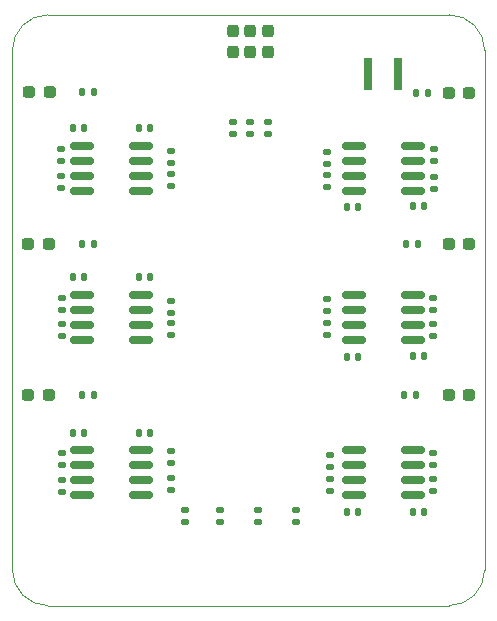
<source format=gbr>
%TF.GenerationSoftware,KiCad,Pcbnew,7.0.7*%
%TF.CreationDate,2024-09-16T17:18:31+01:00*%
%TF.ProjectId,Ponder,506f6e64-6572-42e6-9b69-6361645f7063,1.0RC*%
%TF.SameCoordinates,Original*%
%TF.FileFunction,Paste,Bot*%
%TF.FilePolarity,Positive*%
%FSLAX46Y46*%
G04 Gerber Fmt 4.6, Leading zero omitted, Abs format (unit mm)*
G04 Created by KiCad (PCBNEW 7.0.7) date 2024-09-16 17:18:31*
%MOMM*%
%LPD*%
G01*
G04 APERTURE LIST*
G04 Aperture macros list*
%AMRoundRect*
0 Rectangle with rounded corners*
0 $1 Rounding radius*
0 $2 $3 $4 $5 $6 $7 $8 $9 X,Y pos of 4 corners*
0 Add a 4 corners polygon primitive as box body*
4,1,4,$2,$3,$4,$5,$6,$7,$8,$9,$2,$3,0*
0 Add four circle primitives for the rounded corners*
1,1,$1+$1,$2,$3*
1,1,$1+$1,$4,$5*
1,1,$1+$1,$6,$7*
1,1,$1+$1,$8,$9*
0 Add four rect primitives between the rounded corners*
20,1,$1+$1,$2,$3,$4,$5,0*
20,1,$1+$1,$4,$5,$6,$7,0*
20,1,$1+$1,$6,$7,$8,$9,0*
20,1,$1+$1,$8,$9,$2,$3,0*%
G04 Aperture macros list end*
%ADD10RoundRect,0.135000X-0.185000X0.135000X-0.185000X-0.135000X0.185000X-0.135000X0.185000X0.135000X0*%
%ADD11RoundRect,0.237500X-0.287500X-0.237500X0.287500X-0.237500X0.287500X0.237500X-0.287500X0.237500X0*%
%ADD12RoundRect,0.140000X0.140000X0.170000X-0.140000X0.170000X-0.140000X-0.170000X0.140000X-0.170000X0*%
%ADD13RoundRect,0.135000X0.185000X-0.135000X0.185000X0.135000X-0.185000X0.135000X-0.185000X-0.135000X0*%
%ADD14RoundRect,0.150000X0.825000X0.150000X-0.825000X0.150000X-0.825000X-0.150000X0.825000X-0.150000X0*%
%ADD15RoundRect,0.135000X-0.135000X-0.185000X0.135000X-0.185000X0.135000X0.185000X-0.135000X0.185000X0*%
%ADD16RoundRect,0.237500X0.287500X0.237500X-0.287500X0.237500X-0.287500X-0.237500X0.287500X-0.237500X0*%
%ADD17RoundRect,0.140000X-0.140000X-0.170000X0.140000X-0.170000X0.140000X0.170000X-0.140000X0.170000X0*%
%ADD18RoundRect,0.150000X-0.825000X-0.150000X0.825000X-0.150000X0.825000X0.150000X-0.825000X0.150000X0*%
%ADD19RoundRect,0.135000X0.135000X0.185000X-0.135000X0.185000X-0.135000X-0.185000X0.135000X-0.185000X0*%
%ADD20RoundRect,0.237500X-0.237500X0.287500X-0.237500X-0.287500X0.237500X-0.287500X0.237500X0.287500X0*%
%ADD21R,0.780000X2.835000*%
%ADD22R,0.740000X2.835000*%
%TA.AperFunction,Profile*%
%ADD23C,0.100000*%
%TD*%
G04 APERTURE END LIST*
D10*
%TO.C,R14*%
X124800000Y-110090000D03*
X124800000Y-111110000D03*
%TD*%
D11*
%TO.C,D1*%
X122025000Y-79500000D03*
X123775000Y-79500000D03*
%TD*%
D12*
%TO.C,C29*%
X149880000Y-101995000D03*
X148920000Y-101995000D03*
%TD*%
D13*
%TO.C,R38*%
X147200000Y-85600000D03*
X147200000Y-84580000D03*
%TD*%
D14*
%TO.C,U4*%
X131475000Y-84095000D03*
X131475000Y-85365000D03*
X131475000Y-86635000D03*
X131475000Y-87905000D03*
X126525000Y-87905000D03*
X126525000Y-86635000D03*
X126525000Y-85365000D03*
X126525000Y-84095000D03*
%TD*%
D12*
%TO.C,C30*%
X149880000Y-89295000D03*
X148920000Y-89295000D03*
%TD*%
%TO.C,C22*%
X126680000Y-82600000D03*
X125720000Y-82600000D03*
%TD*%
D13*
%TO.C,R42*%
X142250000Y-83110000D03*
X142250000Y-82090000D03*
%TD*%
D15*
%TO.C,R34*%
X153890000Y-92400000D03*
X154910000Y-92400000D03*
%TD*%
D13*
%TO.C,R11*%
X124750000Y-87650000D03*
X124750000Y-86630000D03*
%TD*%
D10*
%TO.C,R33*%
X147500000Y-112290000D03*
X147500000Y-113310000D03*
%TD*%
%TO.C,R26*%
X134000000Y-99090000D03*
X134000000Y-100110000D03*
%TD*%
D12*
%TO.C,C27*%
X126680000Y-108400000D03*
X125720000Y-108400000D03*
%TD*%
D10*
%TO.C,R21*%
X156300000Y-84385000D03*
X156300000Y-85405000D03*
%TD*%
%TO.C,R47*%
X135250000Y-114890000D03*
X135250000Y-115910000D03*
%TD*%
%TO.C,R48*%
X138150000Y-114890000D03*
X138150000Y-115910000D03*
%TD*%
D16*
%TO.C,D4*%
X159275000Y-105200000D03*
X157525000Y-105200000D03*
%TD*%
D14*
%TO.C,U5*%
X131475000Y-96690000D03*
X131475000Y-97960000D03*
X131475000Y-99230000D03*
X131475000Y-100500000D03*
X126525000Y-100500000D03*
X126525000Y-99230000D03*
X126525000Y-97960000D03*
X126525000Y-96690000D03*
%TD*%
D10*
%TO.C,R37*%
X147200000Y-99090000D03*
X147200000Y-100110000D03*
%TD*%
D17*
%TO.C,C28*%
X154520000Y-115100000D03*
X155480000Y-115100000D03*
%TD*%
D10*
%TO.C,R23*%
X134000000Y-86490000D03*
X134000000Y-87510000D03*
%TD*%
%TO.C,R19*%
X156200000Y-96990000D03*
X156200000Y-98010000D03*
%TD*%
D13*
%TO.C,R27*%
X134000000Y-98210000D03*
X134000000Y-97190000D03*
%TD*%
%TO.C,R18*%
X156200000Y-100210000D03*
X156200000Y-99190000D03*
%TD*%
D10*
%TO.C,R10*%
X124750000Y-84390000D03*
X124750000Y-85410000D03*
%TD*%
D15*
%TO.C,R35*%
X154790000Y-79600000D03*
X155810000Y-79600000D03*
%TD*%
D13*
%TO.C,R30*%
X134000000Y-110910000D03*
X134000000Y-109890000D03*
%TD*%
%TO.C,R40*%
X139250000Y-83110000D03*
X139250000Y-82090000D03*
%TD*%
D18*
%TO.C,U9*%
X149525000Y-87905000D03*
X149525000Y-86635000D03*
X149525000Y-85365000D03*
X149525000Y-84095000D03*
X154475000Y-84095000D03*
X154475000Y-85365000D03*
X154475000Y-86635000D03*
X154475000Y-87905000D03*
%TD*%
D13*
%TO.C,R32*%
X147500000Y-111310000D03*
X147500000Y-110290000D03*
%TD*%
%TO.C,R15*%
X124800000Y-113415000D03*
X124800000Y-112395000D03*
%TD*%
D10*
%TO.C,R39*%
X147200000Y-86580000D03*
X147200000Y-87600000D03*
%TD*%
D11*
%TO.C,D3*%
X121925000Y-105200000D03*
X123675000Y-105200000D03*
%TD*%
D12*
%TO.C,C24*%
X126680000Y-95200000D03*
X125720000Y-95200000D03*
%TD*%
D17*
%TO.C,C31*%
X154520000Y-101900000D03*
X155480000Y-101900000D03*
%TD*%
D10*
%TO.C,R46*%
X141400000Y-114890000D03*
X141400000Y-115910000D03*
%TD*%
D19*
%TO.C,R25*%
X127510000Y-92400000D03*
X126490000Y-92400000D03*
%TD*%
D20*
%TO.C,D9*%
X142250000Y-74375000D03*
X142250000Y-76125000D03*
%TD*%
D18*
%TO.C,U7*%
X149525000Y-113610000D03*
X149525000Y-112340000D03*
X149525000Y-111070000D03*
X149525000Y-109800000D03*
X154475000Y-109800000D03*
X154475000Y-111070000D03*
X154475000Y-112340000D03*
X154475000Y-113610000D03*
%TD*%
D13*
%TO.C,R36*%
X147200000Y-98110000D03*
X147200000Y-97090000D03*
%TD*%
D20*
%TO.C,D7*%
X139250000Y-74375000D03*
X139250000Y-76125000D03*
%TD*%
D17*
%TO.C,C21*%
X131320000Y-82600000D03*
X132280000Y-82600000D03*
%TD*%
D10*
%TO.C,R29*%
X134000000Y-112200000D03*
X134000000Y-113220000D03*
%TD*%
D12*
%TO.C,C26*%
X149880000Y-115100000D03*
X148920000Y-115100000D03*
%TD*%
D18*
%TO.C,U8*%
X149525000Y-100500000D03*
X149525000Y-99230000D03*
X149525000Y-97960000D03*
X149525000Y-96690000D03*
X154475000Y-96690000D03*
X154475000Y-97960000D03*
X154475000Y-99230000D03*
X154475000Y-100500000D03*
%TD*%
D21*
%TO.C,J10*%
X153220000Y-78032500D03*
D22*
X150700000Y-78032500D03*
%TD*%
D13*
%TO.C,R16*%
X156200000Y-113310000D03*
X156200000Y-112290000D03*
%TD*%
%TO.C,R13*%
X124800000Y-100210000D03*
X124800000Y-99190000D03*
%TD*%
D20*
%TO.C,D8*%
X140750000Y-74375000D03*
X140750000Y-76125000D03*
%TD*%
D15*
%TO.C,R31*%
X153780000Y-105200000D03*
X154800000Y-105200000D03*
%TD*%
D10*
%TO.C,R17*%
X156200000Y-110090000D03*
X156200000Y-111110000D03*
%TD*%
D11*
%TO.C,D2*%
X121925000Y-92400000D03*
X123675000Y-92400000D03*
%TD*%
D10*
%TO.C,R12*%
X124800000Y-96990000D03*
X124800000Y-98010000D03*
%TD*%
D16*
%TO.C,D6*%
X159275000Y-79600000D03*
X157525000Y-79600000D03*
%TD*%
%TO.C,D5*%
X159275000Y-92400000D03*
X157525000Y-92400000D03*
%TD*%
D12*
%TO.C,C25*%
X132280000Y-108400000D03*
X131320000Y-108400000D03*
%TD*%
D17*
%TO.C,C32*%
X154520000Y-89200000D03*
X155480000Y-89200000D03*
%TD*%
D13*
%TO.C,R20*%
X156300000Y-87710000D03*
X156300000Y-86690000D03*
%TD*%
D14*
%TO.C,U6*%
X131475000Y-109800000D03*
X131475000Y-111070000D03*
X131475000Y-112340000D03*
X131475000Y-113610000D03*
X126525000Y-113610000D03*
X126525000Y-112340000D03*
X126525000Y-111070000D03*
X126525000Y-109800000D03*
%TD*%
D19*
%TO.C,R22*%
X127510000Y-79500000D03*
X126490000Y-79500000D03*
%TD*%
D13*
%TO.C,R41*%
X140750000Y-83110000D03*
X140750000Y-82090000D03*
%TD*%
D12*
%TO.C,C23*%
X132280000Y-95200000D03*
X131320000Y-95200000D03*
%TD*%
D10*
%TO.C,R45*%
X144600000Y-114890000D03*
X144600000Y-115910000D03*
%TD*%
D19*
%TO.C,R28*%
X127510000Y-105200000D03*
X126490000Y-105200000D03*
%TD*%
D13*
%TO.C,R24*%
X134000000Y-85510000D03*
X134000000Y-84490000D03*
%TD*%
D23*
X120600000Y-120000000D02*
X120600000Y-75985000D01*
X160575000Y-75985000D02*
G75*
G03*
X157575000Y-72985000I-3000000J0D01*
G01*
X123600000Y-72985000D02*
G75*
G03*
X120600000Y-75985000I0J-3000000D01*
G01*
X120600000Y-120000000D02*
G75*
G03*
X123612500Y-123012500I3012500J0D01*
G01*
X123600000Y-72985000D02*
X157575000Y-72985000D01*
X157587500Y-123012500D02*
G75*
G03*
X160575000Y-120025000I0J2987500D01*
G01*
X157587500Y-123012500D02*
X123612500Y-123012500D01*
X160575000Y-75985000D02*
X160575000Y-120025000D01*
M02*

</source>
